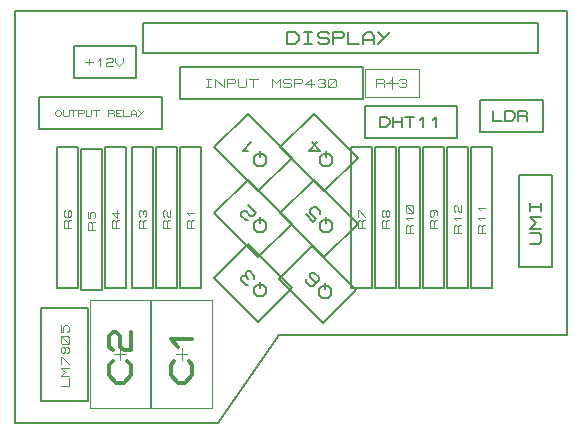
<source format=gbr>
G04 PROTEUS GERBER X2 FILE*
%TF.GenerationSoftware,Labcenter,Proteus,8.5-SP0-Build22067*%
%TF.CreationDate,2017-11-28T10:59:28+00:00*%
%TF.FileFunction,AssemblyDrawing,Top*%
%TF.FilePolarity,Positive*%
%TF.Part,Single*%
%FSLAX45Y45*%
%MOMM*%
G01*
%TA.AperFunction,Profile*%
%ADD17C,0.203200*%
%ADD72C,0.106680*%
%TA.AperFunction,Material*%
%ADD18C,0.203200*%
%ADD73C,0.130380*%
%ADD30C,0.118790*%
%ADD31C,0.079710*%
%ADD32C,0.176100*%
%ADD33C,0.106680*%
%ADD34C,0.164590*%
%ADD35C,0.050000*%
%ADD36C,0.305000*%
%ADD37C,0.105660*%
%ADD38C,0.111760*%
%ADD39C,0.132080*%
%ADD40C,0.116250*%
%ADD21C,0.152400*%
%ADD41C,0.160020*%
D42*
X+4064000Y+393700D02*
X+4241800Y+393700D01*
X+4241800Y+1587500D01*
X+4064000Y+1587500D01*
X+4064000Y+393700D01*
D43*
X+4120896Y+969264D02*
X+4120896Y+915924D01*
X+4142232Y+915924D01*
X+4142232Y+958596D01*
X+4152900Y+969264D01*
X+4174236Y+969264D01*
X+4184904Y+958596D01*
X+4184904Y+926592D01*
X+4174236Y+915924D01*
X+4120896Y+990600D02*
X+4184904Y+990600D01*
X+4120896Y+1054608D02*
X+4152900Y+1022604D01*
X+4184904Y+1054608D01*
X+4152900Y+990600D02*
X+4152900Y+1022604D01*
D18*
X+2961640Y+1666240D02*
X+3743960Y+1666240D01*
X+3743960Y+1940560D01*
X+2961640Y+1940560D01*
X+2961640Y+1666240D01*
D73*
X+3092030Y+1764284D02*
X+3092030Y+1842515D01*
X+3144184Y+1842515D01*
X+3170261Y+1816438D01*
X+3170261Y+1790361D01*
X+3144184Y+1764284D01*
X+3092030Y+1764284D01*
X+3196338Y+1764284D02*
X+3196338Y+1842515D01*
X+3274569Y+1842515D02*
X+3274569Y+1764284D01*
X+3196338Y+1803400D02*
X+3274569Y+1803400D01*
X+3300646Y+1842515D02*
X+3378877Y+1842515D01*
X+3339761Y+1842515D02*
X+3339761Y+1764284D01*
X+3431031Y+1816438D02*
X+3457108Y+1842515D01*
X+3457108Y+1764284D01*
X+3535339Y+1816438D02*
X+3561416Y+1842515D01*
X+3561416Y+1764284D01*
D18*
X+1399540Y+1996440D02*
X+2943860Y+1996440D01*
X+2943860Y+2270760D01*
X+1399540Y+2270760D01*
X+1399540Y+1996440D01*
D30*
X+1613375Y+2169238D02*
X+1660892Y+2169238D01*
X+1637133Y+2169238D02*
X+1637133Y+2097962D01*
X+1613375Y+2097962D02*
X+1660892Y+2097962D01*
X+1696530Y+2097962D02*
X+1696530Y+2169238D01*
X+1767805Y+2097962D01*
X+1767805Y+2169238D01*
X+1791564Y+2097962D02*
X+1791564Y+2169238D01*
X+1850960Y+2169238D01*
X+1862839Y+2157359D01*
X+1862839Y+2145479D01*
X+1850960Y+2133600D01*
X+1791564Y+2133600D01*
X+1886598Y+2169238D02*
X+1886598Y+2109841D01*
X+1898477Y+2097962D01*
X+1945994Y+2097962D01*
X+1957873Y+2109841D01*
X+1957873Y+2169238D01*
X+1981632Y+2169238D02*
X+2052907Y+2169238D01*
X+2017269Y+2169238D02*
X+2017269Y+2097962D01*
X+2171700Y+2097962D02*
X+2171700Y+2169238D01*
X+2207337Y+2133600D01*
X+2242975Y+2169238D01*
X+2242975Y+2097962D01*
X+2266734Y+2109841D02*
X+2278613Y+2097962D01*
X+2326130Y+2097962D01*
X+2338009Y+2109841D01*
X+2338009Y+2121721D01*
X+2326130Y+2133600D01*
X+2278613Y+2133600D01*
X+2266734Y+2145479D01*
X+2266734Y+2157359D01*
X+2278613Y+2169238D01*
X+2326130Y+2169238D01*
X+2338009Y+2157359D01*
X+2361768Y+2097962D02*
X+2361768Y+2169238D01*
X+2421164Y+2169238D01*
X+2433043Y+2157359D01*
X+2433043Y+2145479D01*
X+2421164Y+2133600D01*
X+2361768Y+2133600D01*
X+2528077Y+2121721D02*
X+2456802Y+2121721D01*
X+2504319Y+2169238D01*
X+2504319Y+2097962D01*
X+2563715Y+2157359D02*
X+2575594Y+2169238D01*
X+2611232Y+2169238D01*
X+2623111Y+2157359D01*
X+2623111Y+2145479D01*
X+2611232Y+2133600D01*
X+2623111Y+2121721D01*
X+2623111Y+2109841D01*
X+2611232Y+2097962D01*
X+2575594Y+2097962D01*
X+2563715Y+2109841D01*
X+2587473Y+2133600D02*
X+2611232Y+2133600D01*
X+2646870Y+2109841D02*
X+2646870Y+2157359D01*
X+2658749Y+2169238D01*
X+2706266Y+2169238D01*
X+2718145Y+2157359D01*
X+2718145Y+2109841D01*
X+2706266Y+2097962D01*
X+2658749Y+2097962D01*
X+2646870Y+2109841D01*
X+2646870Y+2097962D02*
X+2718145Y+2169238D01*
D18*
X+205740Y+1742440D02*
X+1242060Y+1742440D01*
X+1242060Y+2016760D01*
X+205740Y+2016760D01*
X+205740Y+1742440D01*
D31*
X+341268Y+1887571D02*
X+357211Y+1903514D01*
X+373154Y+1903514D01*
X+389097Y+1887571D01*
X+389097Y+1871628D01*
X+373154Y+1855685D01*
X+357211Y+1855685D01*
X+341268Y+1871628D01*
X+341268Y+1887571D01*
X+405040Y+1903514D02*
X+405040Y+1863656D01*
X+413011Y+1855685D01*
X+444897Y+1855685D01*
X+452869Y+1863656D01*
X+452869Y+1903514D01*
X+468812Y+1903514D02*
X+516641Y+1903514D01*
X+492726Y+1903514D02*
X+492726Y+1855685D01*
X+532584Y+1855685D02*
X+532584Y+1903514D01*
X+572441Y+1903514D01*
X+580413Y+1895543D01*
X+580413Y+1887571D01*
X+572441Y+1879600D01*
X+532584Y+1879600D01*
X+596356Y+1903514D02*
X+596356Y+1863656D01*
X+604327Y+1855685D01*
X+636213Y+1855685D01*
X+644185Y+1863656D01*
X+644185Y+1903514D01*
X+660128Y+1903514D02*
X+707957Y+1903514D01*
X+684042Y+1903514D02*
X+684042Y+1855685D01*
X+787672Y+1855685D02*
X+787672Y+1903514D01*
X+827529Y+1903514D01*
X+835501Y+1895543D01*
X+835501Y+1887571D01*
X+827529Y+1879600D01*
X+787672Y+1879600D01*
X+827529Y+1879600D02*
X+835501Y+1871628D01*
X+835501Y+1855685D01*
X+899273Y+1855685D02*
X+851444Y+1855685D01*
X+851444Y+1903514D01*
X+899273Y+1903514D01*
X+851444Y+1879600D02*
X+883330Y+1879600D01*
X+915216Y+1903514D02*
X+915216Y+1855685D01*
X+963045Y+1855685D01*
X+978988Y+1855685D02*
X+978988Y+1887571D01*
X+994931Y+1903514D01*
X+1010874Y+1903514D01*
X+1026817Y+1887571D01*
X+1026817Y+1855685D01*
X+978988Y+1871628D02*
X+1026817Y+1871628D01*
X+1090589Y+1903514D02*
X+1042760Y+1855685D01*
X+1042760Y+1903514D02*
X+1066674Y+1879600D01*
D18*
X+1684724Y+1588403D02*
X+2058303Y+1214824D01*
X+2342079Y+1498600D01*
X+1968500Y+1872179D01*
X+1684724Y+1588403D01*
D32*
X+2100569Y+1431429D02*
X+2050759Y+1431429D01*
X+2025854Y+1456334D01*
X+2025854Y+1506144D01*
X+2050759Y+1531049D01*
X+2100569Y+1531049D01*
X+2125474Y+1506144D01*
X+2125474Y+1456334D01*
X+2100569Y+1431429D01*
X+2075664Y+1506144D02*
X+2075664Y+1555954D01*
X+1976044Y+1555954D02*
X+1926234Y+1555954D01*
X+2000949Y+1630669D01*
D18*
X+1684724Y+1029603D02*
X+2058303Y+656024D01*
X+2342079Y+939800D01*
X+1968500Y+1313379D01*
X+1684724Y+1029603D01*
D32*
X+2100569Y+872629D02*
X+2050759Y+872629D01*
X+2025854Y+897534D01*
X+2025854Y+947344D01*
X+2050759Y+972249D01*
X+2100569Y+972249D01*
X+2125474Y+947344D01*
X+2125474Y+897534D01*
X+2100569Y+872629D01*
X+2075664Y+947344D02*
X+2075664Y+997154D01*
X+1976044Y+972248D02*
X+1951139Y+972249D01*
X+1913782Y+1009606D01*
X+1913781Y+1034511D01*
X+1926234Y+1046964D01*
X+1951139Y+1046963D01*
X+1988496Y+1009606D01*
X+2013402Y+1009606D01*
X+2038307Y+1034511D01*
X+1976044Y+1096774D01*
D18*
X+1684724Y+483503D02*
X+2058303Y+109924D01*
X+2342079Y+393700D01*
X+1968500Y+767279D01*
X+1684724Y+483503D01*
D32*
X+2100569Y+326529D02*
X+2050759Y+326529D01*
X+2025854Y+351434D01*
X+2025854Y+401244D01*
X+2050759Y+426149D01*
X+2100569Y+426149D01*
X+2125474Y+401244D01*
X+2125474Y+351434D01*
X+2100569Y+326529D01*
X+2075664Y+401244D02*
X+2075664Y+451054D01*
X+1976044Y+426148D02*
X+1951139Y+426149D01*
X+1913782Y+463506D01*
X+1913781Y+488411D01*
X+1926234Y+500864D01*
X+1951139Y+500863D01*
X+1951139Y+525769D01*
X+1963592Y+538222D01*
X+1988497Y+538221D01*
X+2025854Y+500864D01*
X+2025855Y+475959D01*
X+1976044Y+475958D02*
X+1951139Y+500863D01*
D18*
X+2243524Y+1588403D02*
X+2617103Y+1214824D01*
X+2900879Y+1498600D01*
X+2527300Y+1872179D01*
X+2243524Y+1588403D01*
D32*
X+2659369Y+1431429D02*
X+2609559Y+1431429D01*
X+2584654Y+1456334D01*
X+2584654Y+1506144D01*
X+2609559Y+1531049D01*
X+2659369Y+1531049D01*
X+2684274Y+1506144D01*
X+2684274Y+1456334D01*
X+2659369Y+1431429D01*
X+2634464Y+1506144D02*
X+2634464Y+1555954D01*
X+2509939Y+1630669D02*
X+2584654Y+1555954D01*
X+2485034Y+1555954D01*
X+2559749Y+1630669D01*
D18*
X+2243524Y+1029603D02*
X+2617103Y+656024D01*
X+2900879Y+939800D01*
X+2527300Y+1313379D01*
X+2243524Y+1029603D01*
D32*
X+2659369Y+872629D02*
X+2609559Y+872629D01*
X+2584654Y+897534D01*
X+2584654Y+947344D01*
X+2609559Y+972249D01*
X+2659369Y+972249D01*
X+2684274Y+947344D01*
X+2684274Y+897534D01*
X+2659369Y+872629D01*
X+2634464Y+947344D02*
X+2634464Y+997154D01*
X+2460129Y+1022059D02*
X+2522392Y+959796D01*
X+2547297Y+984701D01*
X+2497487Y+1034511D01*
X+2497486Y+1059416D01*
X+2522392Y+1084322D01*
X+2547297Y+1084321D01*
X+2584654Y+1046964D01*
X+2584655Y+1022059D01*
D18*
X+2230824Y+470803D02*
X+2604403Y+97224D01*
X+2888179Y+381000D01*
X+2514600Y+754579D01*
X+2230824Y+470803D01*
D32*
X+2646669Y+313829D02*
X+2596859Y+313829D01*
X+2571954Y+338734D01*
X+2571954Y+388544D01*
X+2596859Y+413449D01*
X+2646669Y+413449D01*
X+2671574Y+388544D01*
X+2671574Y+338734D01*
X+2646669Y+313829D01*
X+2621764Y+388544D02*
X+2621764Y+438354D01*
X+2459881Y+475711D02*
X+2459882Y+450806D01*
X+2497239Y+413449D01*
X+2522144Y+413448D01*
X+2571955Y+463259D01*
X+2571954Y+488164D01*
X+2534597Y+525521D01*
X+2509692Y+525522D01*
X+2497239Y+513069D01*
X+2497239Y+488163D01*
X+2547049Y+438353D01*
D18*
X+1397000Y+393700D02*
X+1574800Y+393700D01*
X+1574800Y+1587500D01*
X+1397000Y+1587500D01*
X+1397000Y+393700D01*
D33*
X+1517904Y+905256D02*
X+1453896Y+905256D01*
X+1453896Y+958596D01*
X+1464564Y+969264D01*
X+1475232Y+969264D01*
X+1485900Y+958596D01*
X+1485900Y+905256D01*
X+1485900Y+958596D02*
X+1496568Y+969264D01*
X+1517904Y+969264D01*
X+1475232Y+1011936D02*
X+1453896Y+1033272D01*
X+1517904Y+1033272D01*
D18*
X+1193800Y+393700D02*
X+1371600Y+393700D01*
X+1371600Y+1587500D01*
X+1193800Y+1587500D01*
X+1193800Y+393700D01*
D33*
X+1314704Y+905256D02*
X+1250696Y+905256D01*
X+1250696Y+958596D01*
X+1261364Y+969264D01*
X+1272032Y+969264D01*
X+1282700Y+958596D01*
X+1282700Y+905256D01*
X+1282700Y+958596D02*
X+1293368Y+969264D01*
X+1314704Y+969264D01*
X+1261364Y+1001268D02*
X+1250696Y+1011936D01*
X+1250696Y+1043940D01*
X+1261364Y+1054608D01*
X+1272032Y+1054608D01*
X+1282700Y+1043940D01*
X+1282700Y+1011936D01*
X+1293368Y+1001268D01*
X+1314704Y+1001268D01*
X+1314704Y+1054608D01*
D18*
X+990600Y+393700D02*
X+1168400Y+393700D01*
X+1168400Y+1587500D01*
X+990600Y+1587500D01*
X+990600Y+393700D01*
D33*
X+1111504Y+905256D02*
X+1047496Y+905256D01*
X+1047496Y+958596D01*
X+1058164Y+969264D01*
X+1068832Y+969264D01*
X+1079500Y+958596D01*
X+1079500Y+905256D01*
X+1079500Y+958596D02*
X+1090168Y+969264D01*
X+1111504Y+969264D01*
X+1058164Y+1001268D02*
X+1047496Y+1011936D01*
X+1047496Y+1043940D01*
X+1058164Y+1054608D01*
X+1068832Y+1054608D01*
X+1079500Y+1043940D01*
X+1090168Y+1054608D01*
X+1100836Y+1054608D01*
X+1111504Y+1043940D01*
X+1111504Y+1011936D01*
X+1100836Y+1001268D01*
X+1079500Y+1022604D02*
X+1079500Y+1043940D01*
D18*
X+761999Y+393700D02*
X+939799Y+393700D01*
X+939799Y+1587500D01*
X+761999Y+1587500D01*
X+761999Y+393700D01*
D33*
X+882903Y+905256D02*
X+818895Y+905256D01*
X+818895Y+958596D01*
X+829563Y+969264D01*
X+840231Y+969264D01*
X+850899Y+958596D01*
X+850899Y+905256D01*
X+850899Y+958596D02*
X+861567Y+969264D01*
X+882903Y+969264D01*
X+861567Y+1054608D02*
X+861567Y+990600D01*
X+818895Y+1033272D01*
X+882903Y+1033272D01*
D18*
X+558800Y+380999D02*
X+736600Y+380999D01*
X+736600Y+1574799D01*
X+558800Y+1574799D01*
X+558800Y+380999D01*
D33*
X+679704Y+892555D02*
X+615696Y+892555D01*
X+615696Y+945895D01*
X+626364Y+956563D01*
X+637032Y+956563D01*
X+647700Y+945895D01*
X+647700Y+892555D01*
X+647700Y+945895D02*
X+658368Y+956563D01*
X+679704Y+956563D01*
X+615696Y+1041907D02*
X+615696Y+988567D01*
X+637032Y+988567D01*
X+637032Y+1031239D01*
X+647700Y+1041907D01*
X+669036Y+1041907D01*
X+679704Y+1031239D01*
X+679704Y+999235D01*
X+669036Y+988567D01*
D18*
X+355600Y+393698D02*
X+533400Y+393698D01*
X+533400Y+1587498D01*
X+355600Y+1587498D01*
X+355600Y+393698D01*
D33*
X+476504Y+905254D02*
X+412496Y+905254D01*
X+412496Y+958594D01*
X+423164Y+969262D01*
X+433832Y+969262D01*
X+444500Y+958594D01*
X+444500Y+905254D01*
X+444500Y+958594D02*
X+455168Y+969262D01*
X+476504Y+969262D01*
X+423164Y+1054606D02*
X+412496Y+1043938D01*
X+412496Y+1011934D01*
X+423164Y+1001266D01*
X+465836Y+1001266D01*
X+476504Y+1011934D01*
X+476504Y+1043938D01*
X+465836Y+1054606D01*
X+455168Y+1054606D01*
X+444500Y+1043938D01*
X+444500Y+1001266D01*
D18*
X+2844800Y+393700D02*
X+3022600Y+393700D01*
X+3022600Y+1587500D01*
X+2844800Y+1587500D01*
X+2844800Y+393700D01*
D33*
X+2965704Y+905256D02*
X+2901696Y+905256D01*
X+2901696Y+958596D01*
X+2912364Y+969264D01*
X+2923032Y+969264D01*
X+2933700Y+958596D01*
X+2933700Y+905256D01*
X+2933700Y+958596D02*
X+2944368Y+969264D01*
X+2965704Y+969264D01*
X+2901696Y+1001268D02*
X+2901696Y+1054608D01*
X+2912364Y+1054608D01*
X+2965704Y+1001268D01*
D18*
X+3048000Y+393700D02*
X+3225800Y+393700D01*
X+3225800Y+1587500D01*
X+3048000Y+1587500D01*
X+3048000Y+393700D01*
D33*
X+3168904Y+905256D02*
X+3104896Y+905256D01*
X+3104896Y+958596D01*
X+3115564Y+969264D01*
X+3126232Y+969264D01*
X+3136900Y+958596D01*
X+3136900Y+905256D01*
X+3136900Y+958596D02*
X+3147568Y+969264D01*
X+3168904Y+969264D01*
X+3136900Y+1011936D02*
X+3126232Y+1001268D01*
X+3115564Y+1001268D01*
X+3104896Y+1011936D01*
X+3104896Y+1043940D01*
X+3115564Y+1054608D01*
X+3126232Y+1054608D01*
X+3136900Y+1043940D01*
X+3136900Y+1011936D01*
X+3147568Y+1001268D01*
X+3158236Y+1001268D01*
X+3168904Y+1011936D01*
X+3168904Y+1043940D01*
X+3158236Y+1054608D01*
X+3147568Y+1054608D01*
X+3136900Y+1043940D01*
D18*
X+3454400Y+393700D02*
X+3632200Y+393700D01*
X+3632200Y+1587500D01*
X+3454400Y+1587500D01*
X+3454400Y+393700D01*
D33*
X+3575304Y+905256D02*
X+3511296Y+905256D01*
X+3511296Y+958596D01*
X+3521964Y+969264D01*
X+3532632Y+969264D01*
X+3543300Y+958596D01*
X+3543300Y+905256D01*
X+3543300Y+958596D02*
X+3553968Y+969264D01*
X+3575304Y+969264D01*
X+3532632Y+1054608D02*
X+3543300Y+1043940D01*
X+3543300Y+1011936D01*
X+3532632Y+1001268D01*
X+3521964Y+1001268D01*
X+3511296Y+1011936D01*
X+3511296Y+1043940D01*
X+3521964Y+1054608D01*
X+3564636Y+1054608D01*
X+3575304Y+1043940D01*
X+3575304Y+1011936D01*
D18*
X+3251200Y+393700D02*
X+3429000Y+393700D01*
X+3429000Y+1587500D01*
X+3251200Y+1587500D01*
X+3251200Y+393700D01*
D33*
X+3372104Y+862584D02*
X+3308096Y+862584D01*
X+3308096Y+915924D01*
X+3318764Y+926592D01*
X+3329432Y+926592D01*
X+3340100Y+915924D01*
X+3340100Y+862584D01*
X+3340100Y+915924D02*
X+3350768Y+926592D01*
X+3372104Y+926592D01*
X+3329432Y+969264D02*
X+3308096Y+990600D01*
X+3372104Y+990600D01*
X+3361436Y+1033272D02*
X+3318764Y+1033272D01*
X+3308096Y+1043940D01*
X+3308096Y+1086612D01*
X+3318764Y+1097280D01*
X+3361436Y+1097280D01*
X+3372104Y+1086612D01*
X+3372104Y+1043940D01*
X+3361436Y+1033272D01*
X+3372104Y+1033272D02*
X+3308096Y+1097280D01*
D18*
X+3860800Y+393700D02*
X+4038600Y+393700D01*
X+4038600Y+1587500D01*
X+3860800Y+1587500D01*
X+3860800Y+393700D01*
D33*
X+3981704Y+862584D02*
X+3917696Y+862584D01*
X+3917696Y+915924D01*
X+3928364Y+926592D01*
X+3939032Y+926592D01*
X+3949700Y+915924D01*
X+3949700Y+862584D01*
X+3949700Y+915924D02*
X+3960368Y+926592D01*
X+3981704Y+926592D01*
X+3939032Y+969264D02*
X+3917696Y+990600D01*
X+3981704Y+990600D01*
X+3939032Y+1054608D02*
X+3917696Y+1075944D01*
X+3981704Y+1075944D01*
D18*
X+3657600Y+393700D02*
X+3835400Y+393700D01*
X+3835400Y+1587500D01*
X+3657600Y+1587500D01*
X+3657600Y+393700D01*
D33*
X+3778504Y+862584D02*
X+3714496Y+862584D01*
X+3714496Y+915924D01*
X+3725164Y+926592D01*
X+3735832Y+926592D01*
X+3746500Y+915924D01*
X+3746500Y+862584D01*
X+3746500Y+915924D02*
X+3757168Y+926592D01*
X+3778504Y+926592D01*
X+3735832Y+969264D02*
X+3714496Y+990600D01*
X+3778504Y+990600D01*
X+3725164Y+1043940D02*
X+3714496Y+1054608D01*
X+3714496Y+1086612D01*
X+3725164Y+1097280D01*
X+3735832Y+1097280D01*
X+3746500Y+1086612D01*
X+3746500Y+1054608D01*
X+3757168Y+1043940D01*
X+3778504Y+1043940D01*
X+3778504Y+1097280D01*
D18*
X+4269740Y+574040D02*
X+4544060Y+574040D01*
X+4544060Y+1356360D01*
X+4269740Y+1356360D01*
X+4269740Y+574040D01*
D34*
X+4357523Y+767691D02*
X+4439819Y+767691D01*
X+4456278Y+784150D01*
X+4456278Y+849986D01*
X+4439819Y+866445D01*
X+4357523Y+866445D01*
X+4456278Y+899364D02*
X+4357523Y+899364D01*
X+4406900Y+948741D01*
X+4357523Y+998118D01*
X+4456278Y+998118D01*
X+4357523Y+1047496D02*
X+4357523Y+1113332D01*
X+4357523Y+1080414D02*
X+4456278Y+1080414D01*
X+4456278Y+1047496D02*
X+4456278Y+1113332D01*
D35*
X+1664700Y-614900D02*
X+1664700Y+295100D01*
X+1154700Y+295100D01*
X+1154700Y-614900D01*
X+1664700Y-614900D01*
X+1359700Y-159900D02*
X+1459700Y-159900D01*
X+1409700Y-109900D02*
X+1409700Y-209900D01*
D36*
X+1470700Y-220900D02*
X+1501200Y-251400D01*
X+1501200Y-342900D01*
X+1440200Y-403900D01*
X+1379200Y-403900D01*
X+1318200Y-342900D01*
X+1318200Y-251400D01*
X+1348700Y-220900D01*
X+1379200Y-98900D02*
X+1318200Y-37900D01*
X+1501200Y-37900D01*
D35*
X+1144000Y-614900D02*
X+1144000Y+295100D01*
X+634000Y+295100D01*
X+634000Y-614900D01*
X+1144000Y-614900D01*
X+839000Y-159900D02*
X+939000Y-159900D01*
X+889000Y-109900D02*
X+889000Y-209900D01*
D36*
X+950000Y-220900D02*
X+980500Y-251400D01*
X+980500Y-342900D01*
X+919500Y-403900D01*
X+858500Y-403900D01*
X+797500Y-342900D01*
X+797500Y-251400D01*
X+828000Y-220900D01*
X+828000Y-129400D02*
X+797500Y-98900D01*
X+797500Y-7400D01*
X+828000Y+23100D01*
X+858500Y+23100D01*
X+889000Y-7400D01*
X+889000Y-98900D01*
X+919500Y-129400D01*
X+980500Y-129400D01*
X+980500Y+23100D01*
D18*
X+497840Y+2174240D02*
X+1026160Y+2174240D01*
X+1026160Y+2448560D01*
X+497840Y+2448560D01*
X+497840Y+2174240D01*
D37*
X+592938Y+2311400D02*
X+656336Y+2311400D01*
X+624637Y+2332532D02*
X+624637Y+2290267D01*
X+698601Y+2321966D02*
X+719734Y+2343099D01*
X+719734Y+2279700D01*
X+772566Y+2332532D02*
X+783132Y+2343099D01*
X+814831Y+2343099D01*
X+825398Y+2332532D01*
X+825398Y+2321966D01*
X+814831Y+2311400D01*
X+783132Y+2311400D01*
X+772566Y+2300833D01*
X+772566Y+2279700D01*
X+825398Y+2279700D01*
X+846531Y+2343099D02*
X+846531Y+2311400D01*
X+878230Y+2279700D01*
X+909929Y+2311400D01*
X+909929Y+2343099D01*
D18*
X+218440Y-556260D02*
X+619760Y-556260D01*
X+619760Y+226060D01*
X+218440Y+226060D01*
X+218440Y-556260D01*
D38*
X+385572Y-433324D02*
X+452628Y-433324D01*
X+452628Y-366268D01*
X+452628Y-343916D02*
X+385572Y-343916D01*
X+419100Y-310388D01*
X+385572Y-276860D01*
X+452628Y-276860D01*
X+385572Y-243332D02*
X+385572Y-187452D01*
X+396748Y-187452D01*
X+452628Y-243332D01*
X+419100Y-142748D02*
X+407924Y-153924D01*
X+396748Y-153924D01*
X+385572Y-142748D01*
X+385572Y-109220D01*
X+396748Y-98044D01*
X+407924Y-98044D01*
X+419100Y-109220D01*
X+419100Y-142748D01*
X+430276Y-153924D01*
X+441452Y-153924D01*
X+452628Y-142748D01*
X+452628Y-109220D01*
X+441452Y-98044D01*
X+430276Y-98044D01*
X+419100Y-109220D01*
X+441452Y-75692D02*
X+396748Y-75692D01*
X+385572Y-64516D01*
X+385572Y-19812D01*
X+396748Y-8636D01*
X+441452Y-8636D01*
X+452628Y-19812D01*
X+452628Y-64516D01*
X+441452Y-75692D01*
X+452628Y-75692D02*
X+385572Y-8636D01*
X+385572Y+80772D02*
X+385572Y+24892D01*
X+407924Y+24892D01*
X+407924Y+69596D01*
X+419100Y+80772D01*
X+441452Y+80772D01*
X+452628Y+69596D01*
X+452628Y+36068D01*
X+441452Y+24892D01*
D18*
X+3939540Y+1717039D02*
X+4467860Y+1717039D01*
X+4467860Y+1991359D01*
X+3939540Y+1991359D01*
X+3939540Y+1717039D01*
D39*
X+4045204Y+1893823D02*
X+4045204Y+1814575D01*
X+4124452Y+1814575D01*
X+4150868Y+1814575D02*
X+4150868Y+1893823D01*
X+4203700Y+1893823D01*
X+4230116Y+1867407D01*
X+4230116Y+1840991D01*
X+4203700Y+1814575D01*
X+4150868Y+1814575D01*
X+4256532Y+1814575D02*
X+4256532Y+1893823D01*
X+4322572Y+1893823D01*
X+4335780Y+1880615D01*
X+4335780Y+1867407D01*
X+4322572Y+1854199D01*
X+4256532Y+1854199D01*
X+4322572Y+1854199D02*
X+4335780Y+1840991D01*
X+4335780Y+1814575D01*
D35*
X+2963000Y+2018600D02*
X+3423000Y+2018600D01*
X+3423000Y+2248600D01*
X+2963000Y+2248600D01*
X+2963000Y+2018600D01*
X+3193000Y+2183600D02*
X+3193000Y+2083600D01*
X+3243000Y+2133600D02*
X+3143000Y+2133600D01*
D40*
X+3053500Y+2098725D02*
X+3053500Y+2168475D01*
X+3111625Y+2168475D01*
X+3123250Y+2156850D01*
X+3123250Y+2145225D01*
X+3111625Y+2133600D01*
X+3053500Y+2133600D01*
X+3111625Y+2133600D02*
X+3123250Y+2121975D01*
X+3123250Y+2098725D01*
X+3169750Y+2145225D02*
X+3193000Y+2168475D01*
X+3193000Y+2098725D01*
X+3251125Y+2156850D02*
X+3262750Y+2168475D01*
X+3297625Y+2168475D01*
X+3309250Y+2156850D01*
X+3309250Y+2145225D01*
X+3297625Y+2133600D01*
X+3309250Y+2121975D01*
X+3309250Y+2110350D01*
X+3297625Y+2098725D01*
X+3262750Y+2098725D01*
X+3251125Y+2110350D01*
X+3274375Y+2133600D02*
X+3297625Y+2133600D01*
D21*
X+1079170Y+2640000D02*
X+1079170Y+2388540D01*
X+4429430Y+2388540D01*
X+4429430Y+2640000D01*
X+1079170Y+2640000D01*
X+1079170Y+2388540D01*
X+4429430Y+2388540D01*
X+4429430Y+2640000D01*
X+1079170Y+2640000D01*
D41*
X+2306244Y+2466264D02*
X+2306244Y+2562276D01*
X+2370252Y+2562276D01*
X+2402256Y+2530272D01*
X+2402256Y+2498268D01*
X+2370252Y+2466264D01*
X+2306244Y+2466264D01*
X+2450262Y+2562276D02*
X+2514270Y+2562276D01*
X+2482266Y+2562276D02*
X+2482266Y+2466264D01*
X+2450262Y+2466264D02*
X+2514270Y+2466264D01*
X+2562276Y+2482266D02*
X+2578278Y+2466264D01*
X+2642286Y+2466264D01*
X+2658288Y+2482266D01*
X+2658288Y+2498268D01*
X+2642286Y+2514270D01*
X+2578278Y+2514270D01*
X+2562276Y+2530272D01*
X+2562276Y+2546274D01*
X+2578278Y+2562276D01*
X+2642286Y+2562276D01*
X+2658288Y+2546274D01*
X+2690292Y+2466264D02*
X+2690292Y+2562276D01*
X+2770302Y+2562276D01*
X+2786304Y+2546274D01*
X+2786304Y+2530272D01*
X+2770302Y+2514270D01*
X+2690292Y+2514270D01*
X+2818308Y+2562276D02*
X+2818308Y+2466264D01*
X+2914320Y+2466264D01*
X+2946324Y+2466264D02*
X+2946324Y+2530272D01*
X+2978328Y+2562276D01*
X+3010332Y+2562276D01*
X+3042336Y+2530272D01*
X+3042336Y+2466264D01*
X+2946324Y+2498268D02*
X+3042336Y+2498268D01*
X+3170352Y+2562276D02*
X+3074340Y+2466264D01*
X+3074340Y+2562276D02*
X+3122346Y+2514270D01*
D17*
X+0Y-749300D02*
X+1714500Y-749300D01*
X+2235200Y+0D01*
X+4673600Y+0D01*
X+0Y-749300D02*
X+0Y+2743200D01*
X+4673600Y+2743200D01*
X+4673600Y+0D02*
X+4673600Y+2743200D01*
M02*

</source>
